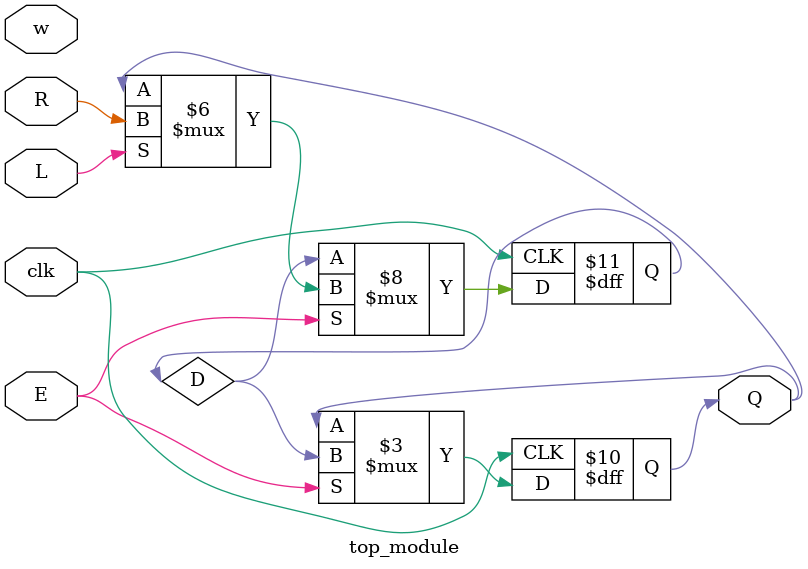
<source format=sv>
module top_module (
    input clk,
    input w,
    input R,
    input E,
    input L,
    output reg Q
);
    
    reg D;
    
    always @(posedge clk) begin
        if (E) begin
            if (L)
                D <= R;
            else
                D <= Q;
        end
    end
    
    always @(posedge clk) begin
        if (E)
            Q <= D;
    end
    
endmodule

</source>
